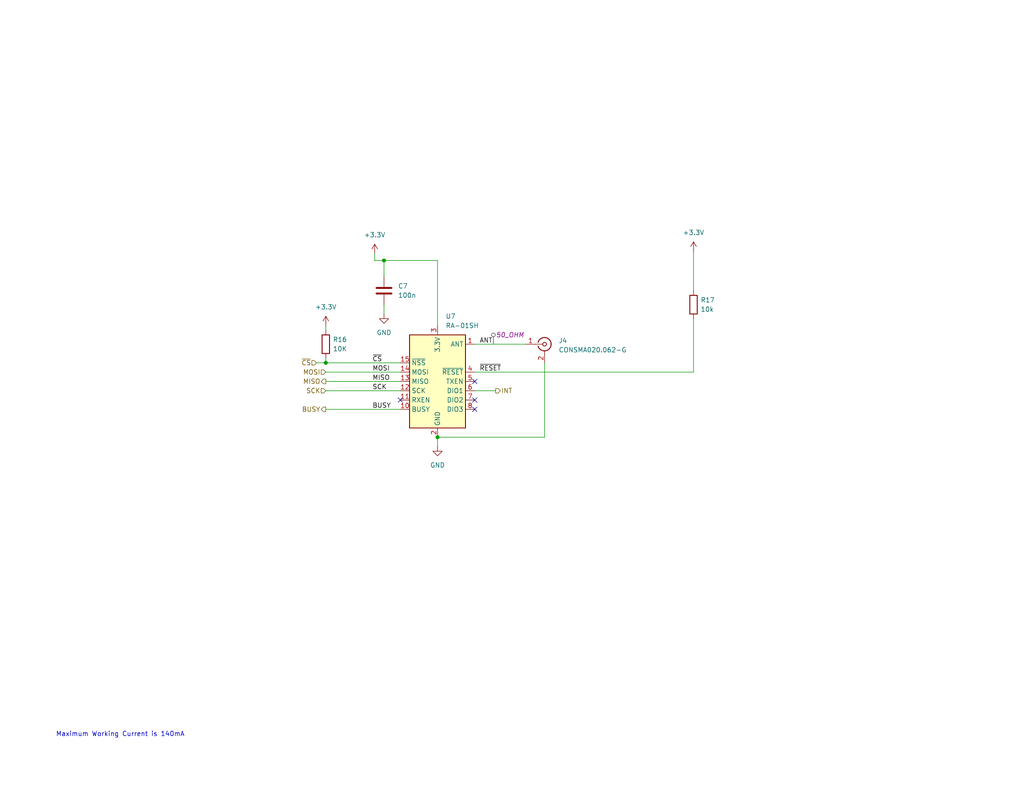
<source format=kicad_sch>
(kicad_sch (version 20231120) (generator "eeschema") (generator_version "8.0")
  (paper "USLetter")
  (title_block (title "Telemetry Radio (RA-01SH)") (date "2023-09-17") (company "Missouri S&T Rocket Design Team") (comment 1 "Ariel Pilger"))
  (lib_symbols
    (symbol "CONSMA020.062-G:CONSMA020.062-G" (pin_names (offset 1.016) hide)
      (property "Reference" "J" (at 0.254 3.048 0))
      (property "Value" "CONSMA020.062-G" (at 2.921 0 90))
      (symbol "CONSMA020.062-G_0_1"
        (arc (start -1.778 -0.508) (mid 0.2311 -1.8066) (end 1.778 0) (stroke (width 0.254)))
        (polyline (pts (xy -2.54 0) (xy -0.508 0)))
        (polyline (pts (xy 0 -2.54) (xy 0 -1.778)))
        (circle (center 0 0) (radius 0.508) (stroke (width 0.2032)))
        (arc (start 1.778 0) (mid 0.2099 1.8101) (end -1.778 0.508) (stroke (width 0.254)))
      )
      (symbol "CONSMA020.062-G_1_1"
        (pin passive line (at -5.08 0 0) (length 2.54) (name "In") (number "1"))
        (pin passive line (at 0 -5.08 90) (length 2.54) (name "Ext") (number "2"))
      )
    )
    (symbol "Device:C" (pin_numbers hide) (pin_names (offset 0.254))
      (property "Reference" "C" (at 0.635 2.54 0))
      (property "Value" "C" (at 0.635 -2.54 0))
      (symbol "C_0_1"
        (polyline (pts (xy -2.032 -0.762) (xy 2.032 -0.762)) (stroke (width 0.508)))
        (polyline (pts (xy -2.032 0.762) (xy 2.032 0.762)) (stroke (width 0.508)))
      )
      (symbol "C_1_1"
        (pin passive line (at 0 3.81 270) (length 2.794) (name "~") (number "1"))
        (pin passive line (at 0 -3.81 90) (length 2.794) (name "~") (number "2"))
      )
    )
    (symbol "Device:R" (pin_numbers hide) (pin_names (offset 0))
      (property "Reference" "R" (at 2.032 0 90))
      (property "Value" "R" (at 0 0 90))
      (symbol "R_0_1"
        (rectangle (start -1.016 -2.54) (end 1.016 2.54) (stroke (width 0.254)))
      )
      (symbol "R_1_1"
        (pin passive line (at 0 3.81 270) (length 1.27) (name "~") (number "1"))
        (pin passive line (at 0 -3.81 90) (length 1.27) (name "~") (number "2"))
      )
    )
    (symbol "RA-01SH:RA-01SH"
      (property "Reference" "U" (at 2.54 17.78 0))
      (property "Value" "RA-01SH" (at 13.97 -15.24 0))
      (property "Datasheet" "https://docs.ai-thinker.com/_media/lora/docs/ra-01sh_specification.pdf" (at 0 20 0))
      (property "Digikey" "https://docs.ai-thinker.com/_media/lora/docs/ra-01sh_specification.pdf" (at 0 20 0))
      (symbol "RA-01SH_1_1"
        (rectangle (start -7.62 12.7) (end 7.62 -12.7) (stroke (width 0.254)) (fill (type background)))
        (pin passive line (at 10.16 10.16 180) (length 2.54) (name "ANT") (number "1"))
        (pin bidirectional line (at -10.16 -7.62 0) (length 2.54) (name "BUSY") (number "10"))
        (pin bidirectional line (at -10.16 -5.08 0) (length 2.54) (name "RXEN") (number "11"))
        (pin input line (at -10.16 -2.54 0) (length 2.54) (name "SCK") (number "12"))
        (pin output line (at -10.16 0 0) (length 2.54) (name "MISO") (number "13"))
        (pin input line (at -10.16 2.54 0) (length 2.54) (name "MOSI") (number "14"))
        (pin input line (at -10.16 5.08 0) (length 2.54) (name "~{NSS}") (number "15"))
        (pin passive line (at 0 -15.24 90) (length 2.54) hide (name "GND") (number "16"))
        (pin power_in line (at 0 -15.24 90) (length 2.54) (name "GND") (number "2"))
        (pin power_in line (at 0 15.24 270) (length 2.54) (name "3.3V") (number "3"))
        (pin input line (at 10.16 2.54 180) (length 2.54) (name "~{RESET}") (number "4"))
        (pin bidirectional line (at 10.16 0 180) (length 2.54) (name "TXEN") (number "5"))
        (pin bidirectional line (at 10.16 -2.54 180) (length 2.54) (name "DIO1") (number "6"))
        (pin bidirectional line (at 10.16 -5.08 180) (length 2.54) (name "DIO2") (number "7"))
        (pin bidirectional line (at 10.16 -7.62 180) (length 2.54) (name "DIO3") (number "8"))
        (pin passive line (at 0 -15.24 90) (length 2.54) hide (name "GND") (number "9"))
      )
    )
    (symbol "power:+3.3V" (power) (pin_names (offset 0))
      (property "Value" "+3.3V" (at 0 3.556 0))
      (symbol "+3.3V_0_1"
        (polyline (pts (xy -0.762 1.27) (xy 0 2.54)))
        (polyline (pts (xy 0 0) (xy 0 2.54)))
        (polyline (pts (xy 0 2.54) (xy 0.762 1.27)))
      )
      (symbol "+3.3V_1_1"
        (pin power_in line (at 0 0 90) (length 0) hide (name "+3.3V") (number "1"))
      )
    )
    (symbol "power:GND" (power) (pin_names (offset 0))
      (property "Value" "GND" (at 0 -3.81 0))
      (symbol "GND_0_1"
        (polyline (pts (xy 0 0) (xy 0 -1.27) (xy 1.27 -1.27) (xy 0 -2.54) (xy -1.27 -1.27) (xy 0 -1.27)))
      )
      (symbol "GND_1_1"
        (pin power_in line (at 0 0 270) (length 0) hide (name "GND") (number "1"))
      )
    )
  )
  (junction (at 119.38 119.38))
  (junction (at 88.9 99.06))
  (junction (at 104.775 71.12))
  (no_connect (at 129.54 104.14))
  (no_connect (at 129.54 109.22))
  (no_connect (at 109.22 109.22))
  (no_connect (at 129.54 111.76))
  (wire (pts (xy 86.36 99.06) (xy 88.9 99.06)))
  (wire (pts (xy 119.38 71.12) (xy 119.38 88.9)))
  (wire (pts (xy 88.9 101.6) (xy 109.22 101.6)))
  (wire (pts (xy 189.23 68.58) (xy 189.23 79.375)))
  (wire (pts (xy 88.9 88.9) (xy 88.9 90.17)))
  (wire (pts (xy 129.54 101.6) (xy 189.23 101.6)))
  (wire (pts (xy 129.54 106.68) (xy 135.255 106.68)))
  (wire (pts (xy 104.775 83.185) (xy 104.775 85.725)))
  (wire (pts (xy 119.38 71.12) (xy 104.775 71.12)))
  (wire (pts (xy 88.9 104.14) (xy 109.22 104.14)))
  (wire (pts (xy 88.9 106.68) (xy 109.22 106.68)))
  (wire (pts (xy 104.775 71.12) (xy 102.235 71.12)))
  (wire (pts (xy 102.235 71.12) (xy 102.235 69.215)))
  (wire (pts (xy 88.9 111.76) (xy 109.22 111.76)))
  (wire (pts (xy 129.54 93.98) (xy 143.51 93.98)))
  (wire (pts (xy 88.9 99.06) (xy 88.9 97.79)))
  (wire (pts (xy 88.9 99.06) (xy 109.22 99.06)))
  (wire (pts (xy 104.775 71.12) (xy 104.775 75.565)))
  (wire (pts (xy 148.59 119.38) (xy 119.38 119.38)))
  (wire (pts (xy 148.59 99.06) (xy 148.59 119.38)))
  (wire (pts (xy 189.23 86.995) (xy 189.23 101.6)))
  (wire (pts (xy 119.38 119.38) (xy 119.38 121.92)))
  (text "Maximum Working Current is 140mA" (at 15.24 201.295 0) (effects (font (size 1.27 1.27)) (justify left bottom)))
  (label "MOSI" (at 101.6 101.6 0))
  (label "SCK" (at 101.6 106.68 0))
  (label "ANT" (at 130.81 93.98 0))
  (label "~{CS}" (at 101.6 99.06 0))
  (label "MISO" (at 101.6 104.14 0))
  (label "BUSY" (at 101.6 111.76 0))
  (label "~{RESET}" (at 130.81 101.6 0))
  (hierarchical_label "BUSY" (shape output) (at 88.9 111.76 180))
  (hierarchical_label "SCK" (shape input) (at 88.9 106.68 180))
  (hierarchical_label "~{CS}" (shape input) (at 86.36 99.06 180))
  (hierarchical_label "INT" (shape output) (at 135.255 106.68 0))
  (hierarchical_label "MISO" (shape output) (at 88.9 104.14 180))
  (hierarchical_label "MOSI" (shape input) (at 88.9 101.6 180))
  (netclass_flag "" (length 2.54) (shape round) (at 134.62 93.98 0) (property "Netclass" "50_OHM" (at 135.3185 91.44 0) (effects (font (italic yes)) (justify left))))
  (symbol (lib_id "power:GND") (at 104.775 85.725 0) (unit 1)
    (property "Reference" "#PWR027" (effects (hide yes)))
    (property "Value" "GND" (at 104.775 90.805 0))
  )
  (symbol (lib_id "power:GND") (at 119.38 121.92 0) (unit 1)
    (property "Reference" "#PWR028" (effects (hide yes)))
    (property "Value" "GND" (at 119.38 127 0))
  )
  (symbol (lib_id "Device:R") (at 189.23 83.185 0) (unit 1)
    (property "Reference" "R17" (at 191.135 81.915 0) (effects (justify left)))
    (property "Value" "10k" (at 191.135 84.455 0) (effects (justify left)))
    (property "Footprint" "Resistor_SMD:R_0603_1608Metric" (effects (hide yes)))
  )
  (symbol (lib_id "Device:C") (at 104.775 79.375 0) (unit 1)
    (property "Reference" "C7" (at 108.585 78.105 0) (effects (justify left)))
    (property "Value" "100n" (at 108.585 80.645 0) (effects (justify left)))
    (property "Footprint" "Resistor_SMD:R_0603_1608Metric" (effects (hide yes)))
  )
  (symbol (lib_id "RA-01SH:RA-01SH") (at 119.38 104.14 0) (unit 1)
    (property "Reference" "U7" (at 121.5741 86.36 0) (effects (justify left)))
    (property "Value" "RA-01SH" (at 121.5741 88.9 0) (effects (justify left)))
    (property "Footprint" "RF_Module:Ai-Thinker-Ra-01-LoRa" (effects (hide yes)))
    (property "Datasheet" "https://docs.ai-thinker.com/_media/lora/docs/ra-01sh_specification.pdf" (effects (hide yes)))
    (property "Digikey" "https://www.digikey.com/en/products/detail/ai-thinker/RA-01SH/16688819?s=N4IgTCBcDaIE4EMAMBGAtAZwBYgLoF8g" (effects (hide yes)))
  )
  (symbol (lib_id "CONSMA020.062-G:CONSMA020.062-G") (at 148.59 93.98 0) (unit 1)
    (property "Reference" "J4" (at 152.4 93.0032 0) (effects (justify left)))
    (property "Value" "CONSMA020.062-G" (at 152.4 95.5432 0) (effects (justify left)))
    (property "Footprint" "CONSMA020.062:CONSMA020.062-G" (effects (hide yes)))
    (property "Datasheet" " https://linxtechnologies.com/wp/wp-content/uploads/consma020.062-g-ds.pdf" (effects (hide yes)))
    (property "Digikey" "https://www.digikey.com/en/products/detail/linx-technologies-inc/CONSMA020-062-G/11482822?utm_adgroup=RF%20%26%20RFID&utm_source=google&utm_medium=cpc&utm_campaign=Dynamic%20Search_EN_RLSA_Cart&utm_term=&utm_content=RF%20%26%20RFID&gclid=CjwKCAjwjMiiBhA4EiwAZe6jQ_ICZ5R1fLlqBsg05PucOrzhKWKzfFOsQ26g2j1dcTdAjUSslVJZmhoCegUQAvD_BwE" (effects (hide yes)))
  )
  (symbol (lib_id "power:+3.3V") (at 189.23 68.58 0) (unit 1)
    (property "Reference" "#PWR029" (effects (hide yes)))
    (property "Value" "+3.3V" (at 189.23 63.5 0))
  )
  (symbol (lib_id "Device:R") (at 88.9 93.98 180) (unit 1)
    (property "Reference" "R16" (at 90.805 92.71 0) (effects (justify right)))
    (property "Value" "10K" (at 90.805 95.25 0) (effects (justify right)))
    (property "Footprint" "Resistor_SMD:R_0603_1608Metric" (effects (hide yes)))
  )
  (symbol (lib_id "power:+3.3V") (at 102.235 69.215 0) (unit 1)
    (property "Reference" "#PWR026" (effects (hide yes)))
    (property "Value" "+3.3V" (at 102.235 64.135 0))
  )
  (symbol (lib_id "power:+3.3V") (at 88.9 88.9 0) (unit 1)
    (property "Reference" "#PWR025" (effects (hide yes)))
    (property "Value" "+3.3V" (at 88.9 83.82 0))
  )
)
</source>
